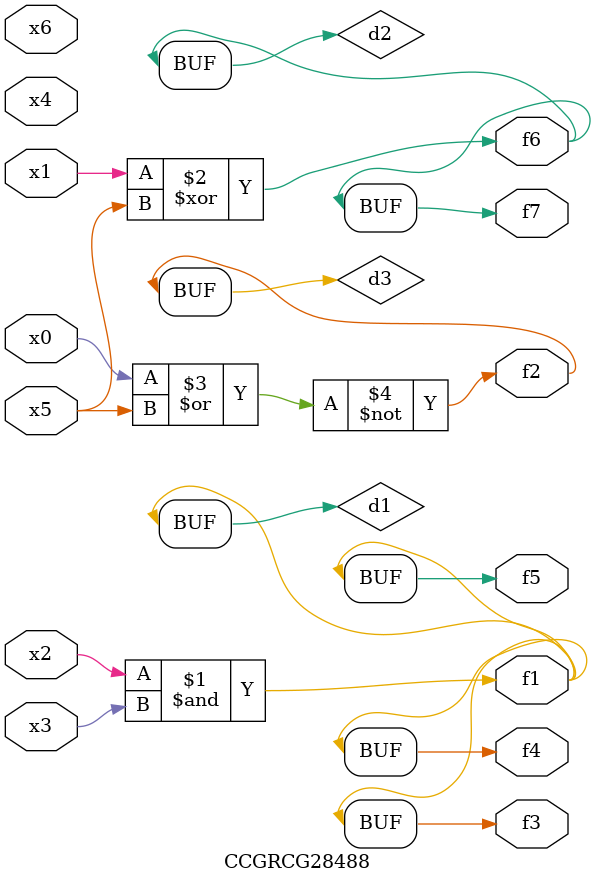
<source format=v>
module CCGRCG28488(
	input x0, x1, x2, x3, x4, x5, x6,
	output f1, f2, f3, f4, f5, f6, f7
);

	wire d1, d2, d3;

	and (d1, x2, x3);
	xor (d2, x1, x5);
	nor (d3, x0, x5);
	assign f1 = d1;
	assign f2 = d3;
	assign f3 = d1;
	assign f4 = d1;
	assign f5 = d1;
	assign f6 = d2;
	assign f7 = d2;
endmodule

</source>
